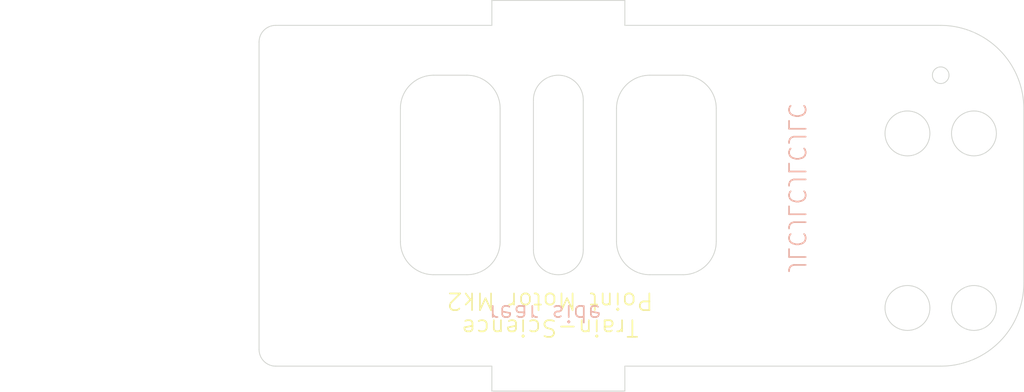
<source format=kicad_pcb>
(kicad_pcb
	(version 20240108)
	(generator "pcbnew")
	(generator_version "8.0")
	(general
		(thickness 1.6)
		(legacy_teardrops no)
	)
	(paper "A4")
	(layers
		(0 "F.Cu" signal)
		(31 "B.Cu" signal)
		(32 "B.Adhes" user "B.Adhesive")
		(33 "F.Adhes" user "F.Adhesive")
		(34 "B.Paste" user)
		(35 "F.Paste" user)
		(36 "B.SilkS" user "B.Silkscreen")
		(37 "F.SilkS" user "F.Silkscreen")
		(38 "B.Mask" user)
		(39 "F.Mask" user)
		(40 "Dwgs.User" user "User.Drawings")
		(41 "Cmts.User" user "User.Comments")
		(42 "Eco1.User" user "User.Eco1")
		(43 "Eco2.User" user "User.Eco2")
		(44 "Edge.Cuts" user)
		(45 "Margin" user)
		(46 "B.CrtYd" user "B.Courtyard")
		(47 "F.CrtYd" user "F.Courtyard")
		(48 "B.Fab" user)
		(49 "F.Fab" user)
		(50 "User.1" user)
		(51 "User.2" user)
		(52 "User.3" user)
		(53 "User.4" user)
		(54 "User.5" user)
		(55 "User.6" user)
		(56 "User.7" user)
		(57 "User.8" user)
		(58 "User.9" user)
	)
	(setup
		(pad_to_mask_clearance 0)
		(allow_soldermask_bridges_in_footprints no)
		(pcbplotparams
			(layerselection 0x00010fc_ffffffff)
			(plot_on_all_layers_selection 0x0000000_00000000)
			(disableapertmacros no)
			(usegerberextensions no)
			(usegerberattributes yes)
			(usegerberadvancedattributes yes)
			(creategerberjobfile yes)
			(dashed_line_dash_ratio 12.000000)
			(dashed_line_gap_ratio 3.000000)
			(svgprecision 4)
			(plotframeref no)
			(viasonmask no)
			(mode 1)
			(useauxorigin no)
			(hpglpennumber 1)
			(hpglpenspeed 20)
			(hpglpendiameter 15.000000)
			(pdf_front_fp_property_popups yes)
			(pdf_back_fp_property_popups yes)
			(dxfpolygonmode yes)
			(dxfimperialunits yes)
			(dxfusepcbnewfont yes)
			(psnegative no)
			(psa4output no)
			(plotreference yes)
			(plotvalue yes)
			(plotfptext yes)
			(plotinvisibletext no)
			(sketchpadsonfab no)
			(subtractmaskfromsilk no)
			(outputformat 1)
			(mirror no)
			(drillshape 1)
			(scaleselection 1)
			(outputdirectory "")
		)
	)
	(net 0 "")
	(gr_line
		(start 0 0)
		(end 0 10)
		(stroke
			(width 0.1)
			(type default)
		)
		(layer "Dwgs.User")
		(uuid "5191f913-571f-4000-b663-9e2181e56766")
	)
	(gr_arc
		(start -18 -11)
		(mid -17.707107 -11.707107)
		(end -17 -12)
		(stroke
			(width 0.05)
			(type default)
		)
		(layer "Edge.Cuts")
		(uuid "0830ed0c-c41c-4b49-a514-d70601a34b7f")
	)
	(gr_line
		(start -4 8.5)
		(end -17 8.5)
		(stroke
			(width 0.05)
			(type default)
		)
		(layer "Edge.Cuts")
		(uuid "0c47bfe5-bfcc-49a1-b98e-8f903f2d4a84")
	)
	(gr_arc
		(start 1.5 1.5)
		(mid 0 3)
		(end -1.5 1.5)
		(stroke
			(width 0.05)
			(type default)
		)
		(layer "Edge.Cuts")
		(uuid "16b93931-eac1-492c-918c-cc286c7b2480")
	)
	(gr_arc
		(start -5.499999 -9)
		(mid -4.085785 -8.414214)
		(end -3.499999 -7)
		(stroke
			(width 0.05)
			(type default)
		)
		(layer "Edge.Cuts")
		(uuid "1a064f9a-ce36-4f32-8e65-6b419366da47")
	)
	(gr_line
		(start 4 8.5)
		(end 23 8.5)
		(stroke
			(width 0.05)
			(type default)
		)
		(layer "Edge.Cuts")
		(uuid "1e64c10b-754e-4b39-9d36-f14938760001")
	)
	(gr_line
		(start 9.500001 -7)
		(end 9.500001 1)
		(stroke
			(width 0.05)
			(type default)
		)
		(layer "Edge.Cuts")
		(uuid "29d40ff7-6589-494d-ba38-4d7aa3997222")
	)
	(gr_arc
		(start 7.500001 -9)
		(mid 8.914215 -8.414214)
		(end 9.500001 -7)
		(stroke
			(width 0.05)
			(type default)
		)
		(layer "Edge.Cuts")
		(uuid "2c952f38-d172-47c2-9660-fefc6c89ffaa")
	)
	(gr_line
		(start -9.499999 -7)
		(end -9.499999 1)
		(stroke
			(width 0.05)
			(type default)
		)
		(layer "Edge.Cuts")
		(uuid "2e08ed89-c9a0-433b-ba47-bb5425e6940a")
	)
	(gr_arc
		(start 28 3.5)
		(mid 26.535534 7.035534)
		(end 23 8.5)
		(stroke
			(width 0.05)
			(type default)
		)
		(layer "Edge.Cuts")
		(uuid "32349be6-32a6-4922-bb22-a2a2dc97dcd2")
	)
	(gr_arc
		(start -9.499999 -7)
		(mid -8.914213 -8.414214)
		(end -7.499999 -9)
		(stroke
			(width 0.05)
			(type default)
		)
		(layer "Edge.Cuts")
		(uuid "33dfc743-b69e-48fc-9b09-cadf18c60afa")
	)
	(gr_arc
		(start 5.500002 2.999999)
		(mid 4.085788 2.414213)
		(end 3.500002 0.999999)
		(stroke
			(width 0.05)
			(type default)
		)
		(layer "Edge.Cuts")
		(uuid "400c29f5-53ec-428e-b5e2-f8d6cc496417")
	)
	(gr_line
		(start -4 10)
		(end 4 10)
		(stroke
			(width 0.05)
			(type default)
		)
		(layer "Edge.Cuts")
		(uuid "436354c4-8d4f-4adc-b240-297a9618b477")
	)
	(gr_arc
		(start 9.5 0.999999)
		(mid 8.914214 2.414213)
		(end 7.5 2.999999)
		(stroke
			(width 0.05)
			(type default)
		)
		(layer "Edge.Cuts")
		(uuid "4a0f6b15-afce-4866-9b84-040da99c0228")
	)
	(gr_arc
		(start -7.499998 2.999999)
		(mid -8.914212 2.414213)
		(end -9.499998 0.999999)
		(stroke
			(width 0.05)
			(type default)
		)
		(layer "Edge.Cuts")
		(uuid "50af58ef-3216-4a27-9f88-144a4b6cb957")
	)
	(gr_circle
		(center 25 5)
		(end 26.35 5)
		(stroke
			(width 0.05)
			(type default)
		)
		(fill none)
		(layer "Edge.Cuts")
		(uuid "58b08d94-db0a-4aa9-b8f4-539b99ac6a28")
	)
	(gr_line
		(start 5.500002 2.999999)
		(end 7.5 2.999999)
		(stroke
			(width 0.05)
			(type default)
		)
		(layer "Edge.Cuts")
		(uuid "5b073513-ffad-4ad4-b575-9f7a5ceb2136")
	)
	(gr_arc
		(start -1.5 -7.5)
		(mid 0 -9)
		(end 1.5 -7.5)
		(stroke
			(width 0.05)
			(type default)
		)
		(layer "Edge.Cuts")
		(uuid "5e36ad39-c0d1-4992-8744-9575d9b2c21c")
	)
	(gr_circle
		(center 23 -9)
		(end 23.5 -9)
		(stroke
			(width 0.05)
			(type default)
		)
		(fill none)
		(layer "Edge.Cuts")
		(uuid "6cf0719f-f89c-42dc-a6d0-2009d317358f")
	)
	(gr_line
		(start -1.5 -7.5)
		(end -1.5 1.5)
		(stroke
			(width 0.05)
			(type default)
		)
		(layer "Edge.Cuts")
		(uuid "7e7df08f-4881-4aef-87fb-cdb3e3096d40")
	)
	(gr_arc
		(start -17 8.5)
		(mid -17.707107 8.207107)
		(end -18 7.5)
		(stroke
			(width 0.05)
			(type default)
		)
		(layer "Edge.Cuts")
		(uuid "837f688f-3036-4f6a-a872-94084aaa44ec")
	)
	(gr_circle
		(center 21 -5.5)
		(end 22.35 -5.5)
		(stroke
			(width 0.05)
			(type default)
		)
		(fill none)
		(layer "Edge.Cuts")
		(uuid "8798bf5f-4b73-41b7-b031-5a073db406dd")
	)
	(gr_line
		(start -3.499999 -7)
		(end -3.499999 1)
		(stroke
			(width 0.05)
			(type default)
		)
		(layer "Edge.Cuts")
		(uuid "8b8ed941-9fce-40a8-ac66-da049d534ef2")
	)
	(gr_line
		(start 28 -6.95)
		(end 28 3.5)
		(stroke
			(width 0.05)
			(type default)
		)
		(layer "Edge.Cuts")
		(uuid "9356a021-5065-45fa-abcb-f27dca2d98db")
	)
	(gr_line
		(start 5.500001 -9)
		(end 7.500001 -9)
		(stroke
			(width 0.05)
			(type default)
		)
		(layer "Edge.Cuts")
		(uuid "9b041c4f-b28b-4414-b2fb-c849d841cc41")
	)
	(gr_arc
		(start -3.5 0.999999)
		(mid -4.085786 2.414213)
		(end -5.5 2.999999)
		(stroke
			(width 0.05)
			(type default)
		)
		(layer "Edge.Cuts")
		(uuid "a2f917a0-daac-4477-8335-b2e86813e69e")
	)
	(gr_line
		(start -4 8.5)
		(end -4 10)
		(stroke
			(width 0.05)
			(type default)
		)
		(layer "Edge.Cuts")
		(uuid "a8748a6a-326f-40ea-83fd-7a5efff775c9")
	)
	(gr_line
		(start 3.500001 -7)
		(end 3.500001 1)
		(stroke
			(width 0.05)
			(type default)
		)
		(layer "Edge.Cuts")
		(uuid "a9e15015-8741-4b8a-adf6-89d907d55eed")
	)
	(gr_line
		(start 4 -13.5)
		(end 4 -12)
		(stroke
			(width 0.05)
			(type default)
		)
		(layer "Edge.Cuts")
		(uuid "af101cb7-d9ac-4cf8-a36d-ccf283ac65d2")
	)
	(gr_circle
		(center 21 5)
		(end 22.35 5)
		(stroke
			(width 0.05)
			(type default)
		)
		(fill none)
		(layer "Edge.Cuts")
		(uuid "b7c17051-b83c-4ba4-8add-d7640224dc50")
	)
	(gr_line
		(start -17 -12)
		(end -4 -12)
		(stroke
			(width 0.05)
			(type default)
		)
		(layer "Edge.Cuts")
		(uuid "cb288647-7ebb-4709-861a-38698094b840")
	)
	(gr_line
		(start -4 -13.5)
		(end 4 -13.5)
		(stroke
			(width 0.05)
			(type default)
		)
		(layer "Edge.Cuts")
		(uuid "cc353228-dd0e-4082-b296-baa536296d9f")
	)
	(gr_line
		(start -7.499999 -9)
		(end -5.499999 -9)
		(stroke
			(width 0.05)
			(type default)
		)
		(layer "Edge.Cuts")
		(uuid "cc4b8e24-234b-4b3c-853d-4fba5d3c77b5")
	)
	(gr_arc
		(start 3.500001 -7)
		(mid 4.085787 -8.414214)
		(end 5.500001 -9)
		(stroke
			(width 0.05)
			(type default)
		)
		(layer "Edge.Cuts")
		(uuid "d1387f05-fda3-4a32-8422-1a5e55247b97")
	)
	(gr_line
		(start 4 -12)
		(end 23 -12)
		(stroke
			(width 0.05)
			(type default)
		)
		(layer "Edge.Cuts")
		(uuid "d39a75f1-e797-45e4-b457-66d3ddc76347")
	)
	(gr_line
		(start -18 7.5)
		(end -18 -11)
		(stroke
			(width 0.05)
			(type default)
		)
		(layer "Edge.Cuts")
		(uuid "d574c015-00a9-47ab-aa00-3c830a5858f4")
	)
	(gr_circle
		(center 25 -5.5)
		(end 26.35 -5.5)
		(stroke
			(width 0.05)
			(type default)
		)
		(fill none)
		(layer "Edge.Cuts")
		(uuid "def710c0-a8c1-41b6-babc-70df68df1470")
	)
	(gr_line
		(start 1.5 1.5)
		(end 1.5 -7.5)
		(stroke
			(width 0.05)
			(type default)
		)
		(layer "Edge.Cuts")
		(uuid "e2c49933-3a06-47d4-9bc9-763b3afe226c")
	)
	(gr_line
		(start -7.499998 2.999999)
		(end -5.5 2.999999)
		(stroke
			(width 0.05)
			(type default)
		)
		(layer "Edge.Cuts")
		(uuid "e4b11b44-d072-450f-b33d-cc5aabf07a72")
	)
	(gr_arc
		(start 23 -12)
		(mid 26.545889 -10.510534)
		(end 28 -6.95)
		(stroke
			(width 0.05)
			(type default)
		)
		(layer "Edge.Cuts")
		(uuid "f91aa932-c64d-4af9-819d-cb5d06f3a588")
	)
	(gr_line
		(start 4 10)
		(end 4 8.5)
		(stroke
			(width 0.05)
			(type default)
		)
		(layer "Edge.Cuts")
		(uuid "fa654a86-7102-4684-8634-548cb0a052b9")
	)
	(gr_line
		(start -4 -12)
		(end -4 -13.5)
		(stroke
			(width 0.05)
			(type default)
		)
		(layer "Edge.Cuts")
		(uuid "fcba8a26-6840-4fb8-887d-d18a239a430a")
	)
	(gr_text "rear side"
		(at -4.25 4.75 180)
		(layer "B.SilkS")
		(uuid "b55197cc-3e50-46d3-a127-95db5ea3c1cc")
		(effects
			(font
				(size 1 1)
				(thickness 0.1)
			)
			(justify left bottom mirror)
		)
	)
	(gr_text "JLCJLCJLCJLC\n"
		(at 13.75 3 270)
		(layer "B.SilkS")
		(uuid "e9864a70-b9fe-44b0-830d-6bf73f91c78c")
		(effects
			(font
				(size 1 1)
				(thickness 0.1)
			)
			(justify left bottom mirror)
		)
	)
	(gr_text "Train-Science\nPoint Motor Mk2"
		(at -0.5 4 180)
		(layer "F.SilkS")
		(uuid "8424eaf2-0dde-45d1-a92a-49e2a60a1bfc")
		(effects
			(font
				(size 1 1)
				(thickness 0.1)
			)
			(justify bottom)
		)
	)
	(dimension
		(type aligned)
		(layer "Dwgs.User")
		(uuid "520f4d4d-22f6-4fb1-8ea0-4c6d4d9d9e0c")
		(pts
			(xy -18 8.5) (xy -18 -12)
		)
		(height -9.5)
		(gr_text "20,5000 mm"
			(at -28.65 -1.75 90)
			(layer "Dwgs.User")
			(uuid "520f4d4d-22f6-4fb1-8ea0-4c6d4d9d9e0c")
			(effects
				(font
					(size 1 1)
					(thickness 0.15)
				)
			)
		)
		(format
			(prefix "")
			(suffix "")
			(units 3)
			(units_format 1)
			(precision 4)
		)
		(style
			(thickness 0.1)
			(arrow_length 1.27)
			(text_position_mode 0)
			(extension_height 0.58642)
			(extension_offset 0.5) keep_text_aligned)
	)
	(dimension
		(type aligned)
		(layer "Dwgs.User")
		(uuid "7d72c6b4-c1bd-4b08-99b0-92ad8297207b")
		(pts
			(xy -3.5 -8.5) (xy -3.5 0)
		)
		(height 11.5)
		(gr_text "8,5000 mm"
			(at -16.15 -4.25 90)
			(layer "Dwgs.User")
			(uuid "7d72c6b4-c1bd-4b08-99b0-92ad8297207b")
			(effects
				(font
					(size 1 1)
					(thickness 0.15)
				)
			)
		)
		(format
			(prefix "")
			(suffix "")
			(units 3)
			(units_format 1)
			(precision 4)
		)
		(style
			(thickness 0.1)
			(arrow_length 1.27)
			(text_position_mode 0)
			(extension_height 0.58642)
			(extension_offset 0.5) keep_text_aligned)
	)
	(dimension
		(type aligned)
		(layer "Dwgs.User")
		(uuid "b5f4e18b-2f10-4a35-a1b7-2d81cf0c98df")
		(pts
			(xy -3.5 0) (xy -3.5 8.5)
		)
		(height 11.5)
		(gr_text "8,5000 mm"
			(at -16.15 4.25 90)
			(layer "Dwgs.User")
			(uuid "b5f4e18b-2f10-4a35-a1b7-2d81cf0c98df")
			(effects
				(font
					(size 1 1)
					(thickness 0.15)
				)
			)
		)
		(format
			(prefix "")
			(suffix "")
			(units 3)
			(units_format 1)
			(precision 4)
		)
		(style
			(thickness 0.1)
			(arrow_length 1.27)
			(text_position_mode 0)
			(extension_height 0.58642)
			(extension_offset 0.5) keep_text_aligned)
	)
)

</source>
